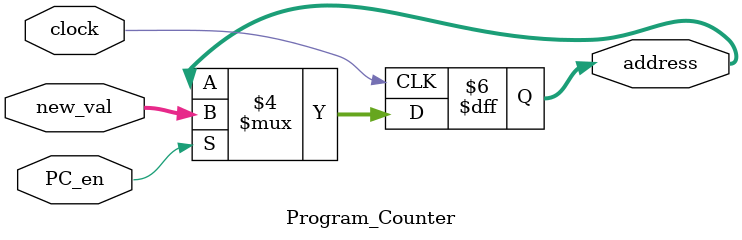
<source format=v>
module Program_Counter(input PC_en, input clock, input [15:0] new_val, output reg [15:0] address);
parameter PROGRAM_START = 16'b0000010000000000;
initial
  begin
    address = PROGRAM_START;
  end
always @(posedge clock)
  if(PC_en)
    address = new_val;
endmodule

</source>
